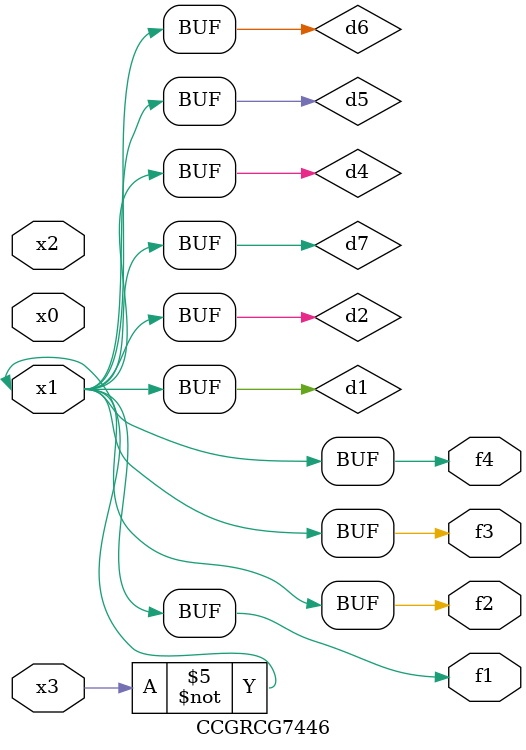
<source format=v>
module CCGRCG7446(
	input x0, x1, x2, x3,
	output f1, f2, f3, f4
);

	wire d1, d2, d3, d4, d5, d6, d7;

	not (d1, x3);
	buf (d2, x1);
	xnor (d3, d1, d2);
	nor (d4, d1);
	buf (d5, d1, d2);
	buf (d6, d4, d5);
	nand (d7, d4);
	assign f1 = d6;
	assign f2 = d7;
	assign f3 = d6;
	assign f4 = d6;
endmodule

</source>
